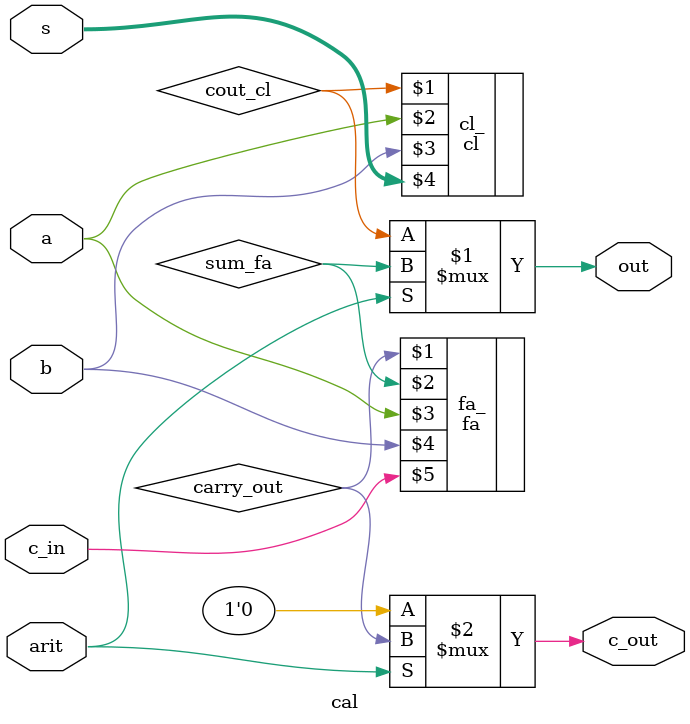
<source format=v>
module cal(output wire out, c_out, input wire a, b, arit, c_in, input wire [1:0] s);

wire cout_cl, carry_out, sum_fa;

cl cl_(cout_cl, a, b, s);
fa fa_(carry_out, sum_fa, a, b, c_in);

assign out = arit ? sum_fa : cout_cl;
assign c_out = arit ? carry_out : 1'b0;

endmodule

// always @*;
// if (arit == 0) //cl
//     begin
//         out = cout_cl;
//         C_out = 0;
//     end
// else if (arit == 1) //FA
//     begin
//         out = sum_fa;
//         c_out = carry_out;
//     end

// assign out = s ? b : a; //oper. condicional de C, sintaxis [condicion ? valor_si_cierta : valor_si_falsa] 

// cl(output wire out, input wire a, b, input wire [1:0] s);
// fa(output wire cout, sum, input wire a, b, cin);
</source>
